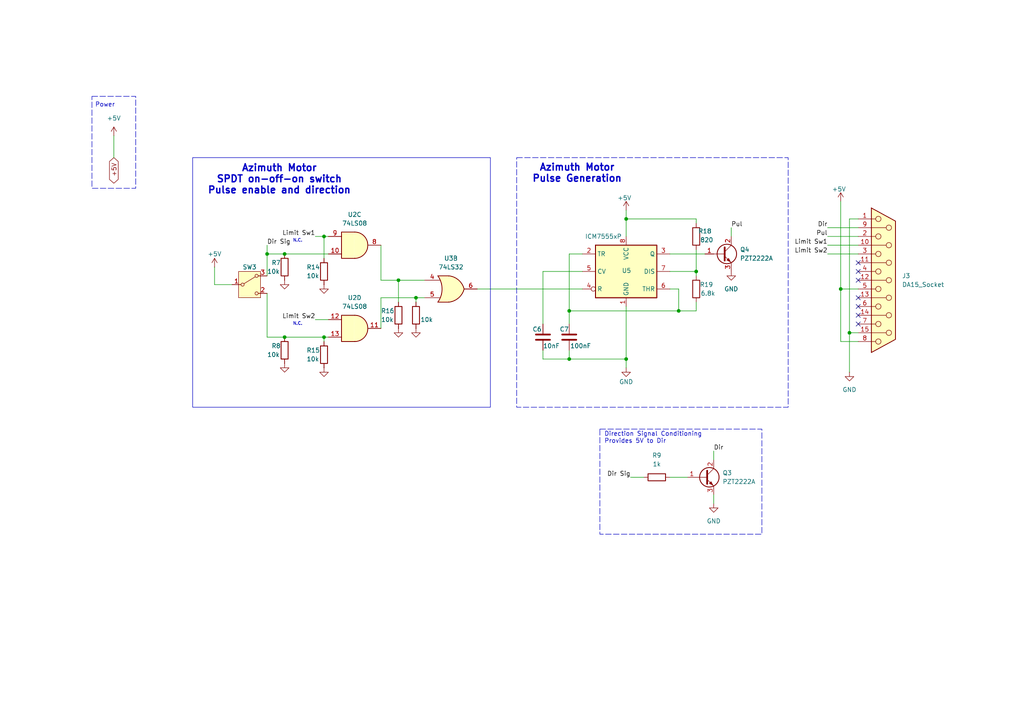
<source format=kicad_sch>
(kicad_sch (version 20250114) (generator "eeschema") (generator_version "9.0")
  (paper "A4")
  (title_block (title "Simple Dish Manual Controller") (date "2025-02-05") (rev "1.0"))
  (lib_symbols
    (symbol "74xx:74LS08" (pin_names (offset 1.016))
      (property "Reference" "U" (at 0 1.27 0))
      (property "Value" "74LS08" (at 0 -1.27 0))
      (symbol "74LS08_1_1"
        (arc (start 0 3.81) (mid 3.7934 0) (end 0 -3.81) (stroke (width 0.254)) (fill (type background)))
        (polyline (pts (xy 0 3.81) (xy -3.81 3.81) (xy -3.81 -3.81) (xy 0 -3.81)) (stroke (width 0.254)) (fill (type background)))
        (pin input line (at -7.62 2.54 0) (length 3.81) (name "~") (number "1"))
        (pin input line (at -7.62 -2.54 0) (length 3.81) (name "~") (number "2"))
        (pin output line (at 7.62 0 180) (length 3.81) (name "~") (number "3"))
      )
      (symbol "74LS08_1_2"
        (arc (start -3.81 3.81) (mid -2.589 0) (end -3.81 -3.81) (stroke (width 0.254)))
        (polyline (pts (xy -3.81 3.81) (xy -0.635 3.81)) (stroke (width 0.254)) (fill (type background)))
        (polyline (pts (xy -3.81 -3.81) (xy -0.635 -3.81)) (stroke (width 0.254)) (fill (type background)))
        (arc (start 3.81 0) (mid 2.1855 -2.584) (end -0.6096 -3.81) (stroke (width 0.254)) (fill (type background)))
        (arc (start -0.6096 3.81) (mid 2.1928 2.5924) (end 3.81 0) (stroke (width 0.254)) (fill (type background)))
        (polyline (pts (xy -0.635 3.81) (xy -3.81 3.81) (xy -3.81 3.81) (xy -3.556 3.4036) (xy -3.0226 2.2606) (xy -2.6924 1.0414) (xy -2.6162 -0.254) (xy -2.7686 -1.4986) (xy -3.175 -2.7178) (xy -3.81 -3.81) (xy -3.81 -3.81) (xy -0.635 -3.81)) (stroke (width -25.4)) (fill (type background)))
        (pin input inverted (at -7.62 2.54 0) (length 4.318) (name "~") (number "1"))
        (pin input inverted (at -7.62 -2.54 0) (length 4.318) (name "~") (number "2"))
        (pin output inverted (at 7.62 0 180) (length 3.81) (name "~") (number "3"))
      )
      (symbol "74LS08_2_1"
        (arc (start 0 3.81) (mid 3.7934 0) (end 0 -3.81) (stroke (width 0.254)) (fill (type background)))
        (polyline (pts (xy 0 3.81) (xy -3.81 3.81) (xy -3.81 -3.81) (xy 0 -3.81)) (stroke (width 0.254)) (fill (type background)))
        (pin input line (at -7.62 2.54 0) (length 3.81) (name "~") (number "4"))
        (pin input line (at -7.62 -2.54 0) (length 3.81) (name "~") (number "5"))
        (pin output line (at 7.62 0 180) (length 3.81) (name "~") (number "6"))
      )
      (symbol "74LS08_2_2"
        (arc (start -3.81 3.81) (mid -2.589 0) (end -3.81 -3.81) (stroke (width 0.254)))
        (polyline (pts (xy -3.81 3.81) (xy -0.635 3.81)) (stroke (width 0.254)) (fill (type background)))
        (polyline (pts (xy -3.81 -3.81) (xy -0.635 -3.81)) (stroke (width 0.254)) (fill (type background)))
        (arc (start 3.81 0) (mid 2.1855 -2.584) (end -0.6096 -3.81) (stroke (width 0.254)) (fill (type background)))
        (arc (start -0.6096 3.81) (mid 2.1928 2.5924) (end 3.81 0) (stroke (width 0.254)) (fill (type background)))
        (polyline (pts (xy -0.635 3.81) (xy -3.81 3.81) (xy -3.81 3.81) (xy -3.556 3.4036) (xy -3.0226 2.2606) (xy -2.6924 1.0414) (xy -2.6162 -0.254) (xy -2.7686 -1.4986) (xy -3.175 -2.7178) (xy -3.81 -3.81) (xy -3.81 -3.81) (xy -0.635 -3.81)) (stroke (width -25.4)) (fill (type background)))
        (pin input inverted (at -7.62 2.54 0) (length 4.318) (name "~") (number "4"))
        (pin input inverted (at -7.62 -2.54 0) (length 4.318) (name "~") (number "5"))
        (pin output inverted (at 7.62 0 180) (length 3.81) (name "~") (number "6"))
      )
      (symbol "74LS08_3_1"
        (arc (start 0 3.81) (mid 3.7934 0) (end 0 -3.81) (stroke (width 0.254)) (fill (type background)))
        (polyline (pts (xy 0 3.81) (xy -3.81 3.81) (xy -3.81 -3.81) (xy 0 -3.81)) (stroke (width 0.254)) (fill (type background)))
        (pin input line (at -7.62 2.54 0) (length 3.81) (name "~") (number "9"))
        (pin input line (at -7.62 -2.54 0) (length 3.81) (name "~") (number "10"))
        (pin output line (at 7.62 0 180) (length 3.81) (name "~") (number "8"))
      )
      (symbol "74LS08_3_2"
        (arc (start -3.81 3.81) (mid -2.589 0) (end -3.81 -3.81) (stroke (width 0.254)))
        (polyline (pts (xy -3.81 3.81) (xy -0.635 3.81)) (stroke (width 0.254)) (fill (type background)))
        (polyline (pts (xy -3.81 -3.81) (xy -0.635 -3.81)) (stroke (width 0.254)) (fill (type background)))
        (arc (start 3.81 0) (mid 2.1855 -2.584) (end -0.6096 -3.81) (stroke (width 0.254)) (fill (type background)))
        (arc (start -0.6096 3.81) (mid 2.1928 2.5924) (end 3.81 0) (stroke (width 0.254)) (fill (type background)))
        (polyline (pts (xy -0.635 3.81) (xy -3.81 3.81) (xy -3.81 3.81) (xy -3.556 3.4036) (xy -3.0226 2.2606) (xy -2.6924 1.0414) (xy -2.6162 -0.254) (xy -2.7686 -1.4986) (xy -3.175 -2.7178) (xy -3.81 -3.81) (xy -3.81 -3.81) (xy -0.635 -3.81)) (stroke (width -25.4)) (fill (type background)))
        (pin input inverted (at -7.62 2.54 0) (length 4.318) (name "~") (number "9"))
        (pin input inverted (at -7.62 -2.54 0) (length 4.318) (name "~") (number "10"))
        (pin output inverted (at 7.62 0 180) (length 3.81) (name "~") (number "8"))
      )
      (symbol "74LS08_4_1"
        (arc (start 0 3.81) (mid 3.7934 0) (end 0 -3.81) (stroke (width 0.254)) (fill (type background)))
        (polyline (pts (xy 0 3.81) (xy -3.81 3.81) (xy -3.81 -3.81) (xy 0 -3.81)) (stroke (width 0.254)) (fill (type background)))
        (pin input line (at -7.62 2.54 0) (length 3.81) (name "~") (number "12"))
        (pin input line (at -7.62 -2.54 0) (length 3.81) (name "~") (number "13"))
        (pin output line (at 7.62 0 180) (length 3.81) (name "~") (number "11"))
      )
      (symbol "74LS08_4_2"
        (arc (start -3.81 3.81) (mid -2.589 0) (end -3.81 -3.81) (stroke (width 0.254)))
        (polyline (pts (xy -3.81 3.81) (xy -0.635 3.81)) (stroke (width 0.254)) (fill (type background)))
        (polyline (pts (xy -3.81 -3.81) (xy -0.635 -3.81)) (stroke (width 0.254)) (fill (type background)))
        (arc (start 3.81 0) (mid 2.1855 -2.584) (end -0.6096 -3.81) (stroke (width 0.254)) (fill (type background)))
        (arc (start -0.6096 3.81) (mid 2.1928 2.5924) (end 3.81 0) (stroke (width 0.254)) (fill (type background)))
        (polyline (pts (xy -0.635 3.81) (xy -3.81 3.81) (xy -3.81 3.81) (xy -3.556 3.4036) (xy -3.0226 2.2606) (xy -2.6924 1.0414) (xy -2.6162 -0.254) (xy -2.7686 -1.4986) (xy -3.175 -2.7178) (xy -3.81 -3.81) (xy -3.81 -3.81) (xy -0.635 -3.81)) (stroke (width -25.4)) (fill (type background)))
        (pin input inverted (at -7.62 2.54 0) (length 4.318) (name "~") (number "12"))
        (pin input inverted (at -7.62 -2.54 0) (length 4.318) (name "~") (number "13"))
        (pin output inverted (at 7.62 0 180) (length 3.81) (name "~") (number "11"))
      )
      (symbol "74LS08_5_0"
        (pin power_in line (at 0 12.7 270) (length 5.08) (name "VCC") (number "14"))
        (pin power_in line (at 0 -12.7 90) (length 5.08) (name "GND") (number "7"))
      )
      (symbol "74LS08_5_1"
        (rectangle (start -5.08 7.62) (end 5.08 -7.62) (stroke (width 0.254)) (fill (type background)))
      )
    )
    (symbol "74xx:74LS32" (pin_names (offset 1.016))
      (property "Reference" "U" (at 0 1.27 0))
      (property "Value" "74LS32" (at 0 -1.27 0))
      (symbol "74LS32_1_1"
        (arc (start -3.81 3.81) (mid -2.589 0) (end -3.81 -3.81) (stroke (width 0.254)))
        (polyline (pts (xy -3.81 3.81) (xy -0.635 3.81)) (stroke (width 0.254)) (fill (type background)))
        (polyline (pts (xy -3.81 -3.81) (xy -0.635 -3.81)) (stroke (width 0.254)) (fill (type background)))
        (arc (start 3.81 0) (mid 2.1855 -2.584) (end -0.6096 -3.81) (stroke (width 0.254)) (fill (type background)))
        (arc (start -0.6096 3.81) (mid 2.1928 2.5924) (end 3.81 0) (stroke (width 0.254)) (fill (type background)))
        (polyline (pts (xy -0.635 3.81) (xy -3.81 3.81) (xy -3.81 3.81) (xy -3.556 3.4036) (xy -3.0226 2.2606) (xy -2.6924 1.0414) (xy -2.6162 -0.254) (xy -2.7686 -1.4986) (xy -3.175 -2.7178) (xy -3.81 -3.81) (xy -3.81 -3.81) (xy -0.635 -3.81)) (stroke (width -25.4)) (fill (type background)))
        (pin input line (at -7.62 2.54 0) (length 4.318) (name "~") (number "1"))
        (pin input line (at -7.62 -2.54 0) (length 4.318) (name "~") (number "2"))
        (pin output line (at 7.62 0 180) (length 3.81) (name "~") (number "3"))
      )
      (symbol "74LS32_1_2"
        (arc (start 0 3.81) (mid 3.7934 0) (end 0 -3.81) (stroke (width 0.254)) (fill (type background)))
        (polyline (pts (xy 0 3.81) (xy -3.81 3.81) (xy -3.81 -3.81) (xy 0 -3.81)) (stroke (width 0.254)) (fill (type background)))
        (pin input inverted (at -7.62 2.54 0) (length 3.81) (name "~") (number "1"))
        (pin input inverted (at -7.62 -2.54 0) (length 3.81) (name "~") (number "2"))
        (pin output inverted (at 7.62 0 180) (length 3.81) (name "~") (number "3"))
      )
      (symbol "74LS32_2_1"
        (arc (start -3.81 3.81) (mid -2.589 0) (end -3.81 -3.81) (stroke (width 0.254)))
        (polyline (pts (xy -3.81 3.81) (xy -0.635 3.81)) (stroke (width 0.254)) (fill (type background)))
        (polyline (pts (xy -3.81 -3.81) (xy -0.635 -3.81)) (stroke (width 0.254)) (fill (type background)))
        (arc (start 3.81 0) (mid 2.1855 -2.584) (end -0.6096 -3.81) (stroke (width 0.254)) (fill (type background)))
        (arc (start -0.6096 3.81) (mid 2.1928 2.5924) (end 3.81 0) (stroke (width 0.254)) (fill (type background)))
        (polyline (pts (xy -0.635 3.81) (xy -3.81 3.81) (xy -3.81 3.81) (xy -3.556 3.4036) (xy -3.0226 2.2606) (xy -2.6924 1.0414) (xy -2.6162 -0.254) (xy -2.7686 -1.4986) (xy -3.175 -2.7178) (xy -3.81 -3.81) (xy -3.81 -3.81) (xy -0.635 -3.81)) (stroke (width -25.4)) (fill (type background)))
        (pin input line (at -7.62 2.54 0) (length 4.318) (name "~") (number "4"))
        (pin input line (at -7.62 -2.54 0) (length 4.318) (name "~") (number "5"))
        (pin output line (at 7.62 0 180) (length 3.81) (name "~") (number "6"))
      )
      (symbol "74LS32_2_2"
        (arc (start 0 3.81) (mid 3.7934 0) (end 0 -3.81) (stroke (width 0.254)) (fill (type background)))
        (polyline (pts (xy 0 3.81) (xy -3.81 3.81) (xy -3.81 -3.81) (xy 0 -3.81)) (stroke (width 0.254)) (fill (type background)))
        (pin input inverted (at -7.62 2.54 0) (length 3.81) (name "~") (number "4"))
        (pin input inverted (at -7.62 -2.54 0) (length 3.81) (name "~") (number "5"))
        (pin output inverted (at 7.62 0 180) (length 3.81) (name "~") (number "6"))
      )
      (symbol "74LS32_3_1"
        (arc (start -3.81 3.81) (mid -2.589 0) (end -3.81 -3.81) (stroke (width 0.254)))
        (polyline (pts (xy -3.81 3.81) (xy -0.635 3.81)) (stroke (width 0.254)) (fill (type background)))
        (polyline (pts (xy -3.81 -3.81) (xy -0.635 -3.81)) (stroke (width 0.254)) (fill (type background)))
        (arc (start 3.81 0) (mid 2.1855 -2.584) (end -0.6096 -3.81) (stroke (width 0.254)) (fill (type background)))
        (arc (start -0.6096 3.81) (mid 2.1928 2.5924) (end 3.81 0) (stroke (width 0.254)) (fill (type background)))
        (polyline (pts (xy -0.635 3.81) (xy -3.81 3.81) (xy -3.81 3.81) (xy -3.556 3.4036) (xy -3.0226 2.2606) (xy -2.6924 1.0414) (xy -2.6162 -0.254) (xy -2.7686 -1.4986) (xy -3.175 -2.7178) (xy -3.81 -3.81) (xy -3.81 -3.81) (xy -0.635 -3.81)) (stroke (width -25.4)) (fill (type background)))
        (pin input line (at -7.62 2.54 0) (length 4.318) (name "~") (number "9"))
        (pin input line (at -7.62 -2.54 0) (length 4.318) (name "~") (number "10"))
        (pin output line (at 7.62 0 180) (length 3.81) (name "~") (number "8"))
      )
      (symbol "74LS32_3_2"
        (arc (start 0 3.81) (mid 3.7934 0) (end 0 -3.81) (stroke (width 0.254)) (fill (type background)))
        (polyline (pts (xy 0 3.81) (xy -3.81 3.81) (xy -3.81 -3.81) (xy 0 -3.81)) (stroke (width 0.254)) (fill (type background)))
        (pin input inverted (at -7.62 2.54 0) (length 3.81) (name "~") (number "9"))
        (pin input inverted (at -7.62 -2.54 0) (length 3.81) (name "~") (number "10"))
        (pin output inverted (at 7.62 0 180) (length 3.81) (name "~") (number "8"))
      )
      (symbol "74LS32_4_1"
        (arc (start -3.81 3.81) (mid -2.589 0) (end -3.81 -3.81) (stroke (width 0.254)))
        (polyline (pts (xy -3.81 3.81) (xy -0.635 3.81)) (stroke (width 0.254)) (fill (type background)))
        (polyline (pts (xy -3.81 -3.81) (xy -0.635 -3.81)) (stroke (width 0.254)) (fill (type background)))
        (arc (start 3.81 0) (mid 2.1855 -2.584) (end -0.6096 -3.81) (stroke (width 0.254)) (fill (type background)))
        (arc (start -0.6096 3.81) (mid 2.1928 2.5924) (end 3.81 0) (stroke (width 0.254)) (fill (type background)))
        (polyline (pts (xy -0.635 3.81) (xy -3.81 3.81) (xy -3.81 3.81) (xy -3.556 3.4036) (xy -3.0226 2.2606) (xy -2.6924 1.0414) (xy -2.6162 -0.254) (xy -2.7686 -1.4986) (xy -3.175 -2.7178) (xy -3.81 -3.81) (xy -3.81 -3.81) (xy -0.635 -3.81)) (stroke (width -25.4)) (fill (type background)))
        (pin input line (at -7.62 2.54 0) (length 4.318) (name "~") (number "12"))
        (pin input line (at -7.62 -2.54 0) (length 4.318) (name "~") (number "13"))
        (pin output line (at 7.62 0 180) (length 3.81) (name "~") (number "11"))
      )
      (symbol "74LS32_4_2"
        (arc (start 0 3.81) (mid 3.7934 0) (end 0 -3.81) (stroke (width 0.254)) (fill (type background)))
        (polyline (pts (xy 0 3.81) (xy -3.81 3.81) (xy -3.81 -3.81) (xy 0 -3.81)) (stroke (width 0.254)) (fill (type background)))
        (pin input inverted (at -7.62 2.54 0) (length 3.81) (name "~") (number "12"))
        (pin input inverted (at -7.62 -2.54 0) (length 3.81) (name "~") (number "13"))
        (pin output inverted (at 7.62 0 180) (length 3.81) (name "~") (number "11"))
      )
      (symbol "74LS32_5_0"
        (pin power_in line (at 0 12.7 270) (length 5.08) (name "VCC") (number "14"))
        (pin power_in line (at 0 -12.7 90) (length 5.08) (name "GND") (number "7"))
      )
      (symbol "74LS32_5_1"
        (rectangle (start -5.08 7.62) (end 5.08 -7.62) (stroke (width 0.254)) (fill (type background)))
      )
    )
    (symbol "Connector:DA15_Socket" (pin_names (offset 1.016) (hide yes))
      (property "Reference" "J" (at 0.508 21.59 0))
      (property "Value" "DA15_Socket" (at 0 -22.225 0))
      (symbol "DA15_Socket_0_1"
        (polyline (pts (xy -3.81 20.955) (xy 3.175 17.145) (xy 3.175 -17.145) (xy -3.81 -20.955) (xy -3.81 20.955)) (stroke (width 0.254)) (fill (type background)))
        (polyline (pts (xy -3.81 17.78) (xy -2.54 17.78)))
        (polyline (pts (xy -3.81 15.24) (xy 0.508 15.24)))
        (polyline (pts (xy -3.81 12.7) (xy -2.54 12.7)))
        (polyline (pts (xy -3.81 10.16) (xy 0.508 10.16)))
        (polyline (pts (xy -3.81 7.62) (xy -2.54 7.62)))
        (polyline (pts (xy -3.81 5.08) (xy 0.508 5.08)))
        (polyline (pts (xy -3.81 2.54) (xy -2.54 2.54)))
        (polyline (pts (xy -3.81 0) (xy 0.508 0)))
        (polyline (pts (xy -3.81 -2.54) (xy -2.54 -2.54)))
        (polyline (pts (xy -3.81 -5.08) (xy 0.508 -5.08)))
        (polyline (pts (xy -3.81 -7.62) (xy -2.54 -7.62)))
        (polyline (pts (xy -3.81 -10.16) (xy 0.508 -10.16)))
        (polyline (pts (xy -3.81 -12.7) (xy -2.54 -12.7)))
        (polyline (pts (xy -3.81 -15.24) (xy 0.508 -15.24)))
        (polyline (pts (xy -3.81 -17.78) (xy -2.54 -17.78)))
        (circle (center -1.778 17.78) (radius 0.762))
        (circle (center -1.778 12.7) (radius 0.762))
        (circle (center -1.778 7.62) (radius 0.762))
        (circle (center -1.778 2.54) (radius 0.762))
        (circle (center -1.778 -2.54) (radius 0.762))
        (circle (center -1.778 -7.62) (radius 0.762))
        (circle (center -1.778 -12.7) (radius 0.762))
        (circle (center -1.778 -17.78) (radius 0.762))
        (circle (center 1.27 15.24) (radius 0.762))
        (circle (center 1.27 10.16) (radius 0.762))
        (circle (center 1.27 5.08) (radius 0.762))
        (circle (center 1.27 0) (radius 0.762))
        (circle (center 1.27 -5.08) (radius 0.762))
        (circle (center 1.27 -10.16) (radius 0.762))
        (circle (center 1.27 -15.24) (radius 0.762))
      )
      (symbol "DA15_Socket_1_1"
        (pin passive line (at -7.62 17.78 0) (length 3.81) (name "1") (number "1"))
        (pin passive line (at -7.62 15.24 0) (length 3.81) (name "P9") (number "9"))
        (pin passive line (at -7.62 12.7 0) (length 3.81) (name "2") (number "2"))
        (pin passive line (at -7.62 10.16 0) (length 3.81) (name "P10") (number "10"))
        (pin passive line (at -7.62 7.62 0) (length 3.81) (name "3") (number "3"))
        (pin passive line (at -7.62 5.08 0) (length 3.81) (name "P111") (number "11"))
        (pin passive line (at -7.62 2.54 0) (length 3.81) (name "4") (number "4"))
        (pin passive line (at -7.62 0 0) (length 3.81) (name "P12") (number "12"))
        (pin passive line (at -7.62 -2.54 0) (length 3.81) (name "5") (number "5"))
        (pin passive line (at -7.62 -5.08 0) (length 3.81) (name "P13") (number "13"))
        (pin passive line (at -7.62 -7.62 0) (length 3.81) (name "6") (number "6"))
        (pin passive line (at -7.62 -10.16 0) (length 3.81) (name "P14") (number "14"))
        (pin passive line (at -7.62 -12.7 0) (length 3.81) (name "7") (number "7"))
        (pin passive line (at -7.62 -15.24 0) (length 3.81) (name "P15") (number "15"))
        (pin passive line (at -7.62 -17.78 0) (length 3.81) (name "8") (number "8"))
      )
    )
    (symbol "Device:C" (pin_numbers (hide yes)) (pin_names (offset 0.254))
      (property "Reference" "C" (at 0.635 2.54 0))
      (property "Value" "C" (at 0.635 -2.54 0))
      (symbol "C_0_1"
        (polyline (pts (xy -2.032 0.762) (xy 2.032 0.762)) (stroke (width 0.508)))
        (polyline (pts (xy -2.032 -0.762) (xy 2.032 -0.762)) (stroke (width 0.508)))
      )
      (symbol "C_1_1"
        (pin passive line (at 0 3.81 270) (length 2.794) (name "~") (number "1"))
        (pin passive line (at 0 -3.81 90) (length 2.794) (name "~") (number "2"))
      )
    )
    (symbol "Device:R" (pin_numbers (hide yes)) (pin_names (offset 0))
      (property "Reference" "R" (at 2.032 0 90))
      (property "Value" "R" (at 0 0 90))
      (symbol "R_0_1"
        (rectangle (start -1.016 -2.54) (end 1.016 2.54) (stroke (width 0.254)))
      )
      (symbol "R_1_1"
        (pin passive line (at 0 3.81 270) (length 1.27) (name "~") (number "1"))
        (pin passive line (at 0 -3.81 90) (length 1.27) (name "~") (number "2"))
      )
    )
    (symbol "Switch:SW_SPDT_312" (pin_names (offset 1) (hide yes))
      (property "Reference" "SW" (at 0 5.08 0))
      (property "Value" "SW_SPDT_312" (at 0 -5.08 0))
      (symbol "SW_SPDT_312_0_1"
        (circle (center -2.032 0) (radius 0.4572))
        (polyline (pts (xy -1.651 0.254) (xy 1.651 2.286)))
        (circle (center 2.032 2.54) (radius 0.4572))
        (circle (center 2.032 -2.54) (radius 0.4572))
      )
      (symbol "SW_SPDT_312_1_1"
        (rectangle (start -3.175 3.81) (end 3.175 -3.81) (fill (type background)))
        (pin passive line (at -5.08 0 0) (length 2.54) (name "B") (number "1"))
        (pin passive line (at 5.08 2.54 180) (length 2.54) (name "A") (number "3"))
        (pin passive line (at 5.08 -2.54 180) (length 2.54) (name "C") (number "2"))
      )
    )
    (symbol "Timer:ICM7555xP"
      (property "Reference" "U" (at -10.16 8.89 0))
      (property "Value" "ICM7555xP" (at 2.54 8.89 0))
      (symbol "ICM7555xP_0_0"
        (pin power_in line (at 0 10.16 270) (length 2.54) (name "VCC") (number "8"))
        (pin power_in line (at 0 -10.16 90) (length 2.54) (name "GND") (number "1"))
      )
      (symbol "ICM7555xP_0_1"
        (rectangle (start -8.89 -7.62) (end 8.89 7.62) (stroke (width 0.254)) (fill (type background)))
        (rectangle (start -8.89 -7.62) (end 8.89 7.62) (stroke (width 0.254)) (fill (type background)))
      )
      (symbol "ICM7555xP_1_1"
        (pin input line (at -12.7 5.08 0) (length 3.81) (name "TR") (number "2"))
        (pin input line (at -12.7 0 0) (length 3.81) (name "CV") (number "5"))
        (pin input inverted (at -12.7 -5.08 0) (length 3.81) (name "R") (number "4"))
        (pin output line (at 12.7 5.08 180) (length 3.81) (name "Q") (number "3"))
        (pin input line (at 12.7 0 180) (length 3.81) (name "DIS") (number "7"))
        (pin input line (at 12.7 -5.08 180) (length 3.81) (name "THR") (number "6"))
      )
    )
    (symbol "Transistor_BJT:PZT2222A" (pin_names (offset 0) (hide yes))
      (property "Reference" "Q" (at 5.08 1.905 0))
      (property "Value" "PZT2222A" (at 5.08 0 0))
      (symbol "PZT2222A_0_1"
        (polyline (pts (xy -2.54 0) (xy 0.635 0)))
        (polyline (pts (xy 0.635 1.905) (xy 0.635 -1.905)) (stroke (width 0.508)))
        (circle (center 1.27 0) (radius 2.8194) (stroke (width 0.254)))
      )
      (symbol "PZT2222A_1_1"
        (polyline (pts (xy 0.635 0.635) (xy 2.54 2.54)))
        (polyline (pts (xy 0.635 -0.635) (xy 2.54 -2.54)))
        (polyline (pts (xy 1.27 -1.778) (xy 1.778 -1.27) (xy 2.286 -2.286) (xy 1.27 -1.778)) (fill (type outline)))
        (pin input line (at -5.08 0 0) (length 2.54) (name "B") (number "1"))
        (pin passive line (at 2.54 5.08 270) (length 2.54) (name "C") (number "2"))
        (pin passive line (at 2.54 -5.08 90) (length 2.54) (name "E") (number "3"))
      )
    )
    (symbol "power:+5V" (power) (pin_numbers (hide yes)) (pin_names (offset 0) (hide yes))
      (property "Value" "+5V" (at 0 3.556 0))
      (symbol "+5V_0_1"
        (polyline (pts (xy -0.762 1.27) (xy 0 2.54)))
        (polyline (pts (xy 0 2.54) (xy 0.762 1.27)))
        (polyline (pts (xy 0 0) (xy 0 2.54)))
      )
      (symbol "+5V_1_1"
        (pin power_in line (at 0 0 90) (length 0) (name "~") (number "1"))
      )
    )
    (symbol "power:GND" (power) (pin_numbers (hide yes)) (pin_names (offset 0) (hide yes))
      (property "Value" "GND" (at 0 -3.81 0))
      (symbol "GND_0_1"
        (polyline (pts (xy 0 0) (xy 0 -1.27) (xy 1.27 -1.27) (xy 0 -2.54) (xy -1.27 -1.27) (xy 0 -1.27)))
      )
      (symbol "GND_1_1"
        (pin power_in line (at 0 0 270) (length 0) (name "~") (number "1"))
      )
    )
  )
  (rectangle (start 149.86 45.72) (end 228.6 118.11) (stroke (width 0) (type dash)))
  (rectangle (start 55.88 45.72) (end 142.24 118.11))
  (rectangle (start 173.99 124.46) (end 220.98 154.94) (stroke (width 0) (type dash)))
  (rectangle (start 26.67 27.94) (end 39.37 54.61) (stroke (width 0) (type dash)))
  (text "Azimuth Motor\nPulse Generation\n" (at 167.386 50.292 0) (effects (font (size 2 2) (thickness 0.4) (bold yes))))
  (text "Azimuth Motor\nSPDT on-off-on switch\nPulse enable and direction" (at 81.026 52.07 0) (effects (font (size 2 2) (thickness 0.4) (bold yes))))
  (text "N.C." (at 86.36 93.98 0) (effects (font (size 0.889 0.889))))
  (text "Direction Signal Conditioning\nProvides 5V to Dir" (at 175.26 127 0) (effects (font (size 1.27 1.27)) (justify left)))
  (text "N.C." (at 86.36 69.85 0) (effects (font (size 0.889 0.889))))
  (text "Power" (at 30.48 30.48 0) (effects (font (size 1.27 1.27))))
  (junction (at 165.1 90.17))
  (junction (at 93.98 68.58))
  (junction (at 82.55 97.79))
  (junction (at 181.61 104.14))
  (junction (at 165.1 104.14))
  (junction (at 201.93 78.74))
  (junction (at 246.38 96.52))
  (junction (at 120.65 86.36))
  (junction (at 77.47 73.66))
  (junction (at 115.57 81.28))
  (junction (at 93.98 97.79))
  (junction (at 82.55 73.66))
  (junction (at 243.84 83.82))
  (junction (at 196.85 90.17))
  (junction (at 181.61 63.5))
  (no_connect (at 248.92 81.28))
  (no_connect (at 248.92 93.98))
  (no_connect (at 248.92 86.36))
  (no_connect (at 248.92 78.74))
  (no_connect (at 248.92 91.44))
  (no_connect (at 248.92 88.9))
  (no_connect (at 248.92 76.2))
  (wire (pts (xy 201.93 80.01) (xy 201.93 78.74)))
  (wire (pts (xy 182.88 138.43) (xy 186.69 138.43)))
  (wire (pts (xy 246.38 96.52) (xy 246.38 107.95)))
  (wire (pts (xy 93.98 68.58) (xy 93.98 74.93)))
  (wire (pts (xy 77.47 80.01) (xy 77.47 73.66)))
  (wire (pts (xy 93.98 97.79) (xy 95.25 97.79)))
  (wire (pts (xy 115.57 81.28) (xy 123.19 81.28)))
  (wire (pts (xy 168.91 78.74) (xy 157.48 78.74)))
  (wire (pts (xy 243.84 83.82) (xy 248.92 83.82)))
  (wire (pts (xy 196.85 83.82) (xy 194.31 83.82)))
  (wire (pts (xy 82.55 97.79) (xy 93.98 97.79)))
  (wire (pts (xy 240.03 68.58) (xy 248.92 68.58)))
  (wire (pts (xy 194.31 138.43) (xy 199.39 138.43)))
  (wire (pts (xy 201.93 72.39) (xy 201.93 78.74)))
  (wire (pts (xy 110.49 81.28) (xy 115.57 81.28)))
  (wire (pts (xy 201.93 87.63) (xy 201.93 90.17)))
  (wire (pts (xy 165.1 73.66) (xy 165.1 90.17)))
  (wire (pts (xy 120.65 86.36) (xy 120.65 87.63)))
  (wire (pts (xy 77.47 71.12) (xy 77.47 73.66)))
  (wire (pts (xy 194.31 73.66) (xy 204.47 73.66)))
  (wire (pts (xy 93.98 97.79) (xy 93.98 99.06)))
  (wire (pts (xy 240.03 73.66) (xy 248.92 73.66)))
  (wire (pts (xy 77.47 73.66) (xy 82.55 73.66)))
  (wire (pts (xy 181.61 63.5) (xy 181.61 68.58)))
  (wire (pts (xy 212.09 66.04) (xy 212.09 68.58)))
  (wire (pts (xy 165.1 104.14) (xy 181.61 104.14)))
  (wire (pts (xy 246.38 63.5) (xy 246.38 96.52)))
  (wire (pts (xy 240.03 66.04) (xy 248.92 66.04)))
  (wire (pts (xy 165.1 101.6) (xy 165.1 104.14)))
  (wire (pts (xy 194.31 78.74) (xy 201.93 78.74)))
  (wire (pts (xy 243.84 83.82) (xy 243.84 99.06)))
  (wire (pts (xy 240.03 71.12) (xy 248.92 71.12)))
  (wire (pts (xy 67.31 82.55) (xy 62.23 82.55)))
  (wire (pts (xy 248.92 99.06) (xy 243.84 99.06)))
  (wire (pts (xy 168.91 73.66) (xy 165.1 73.66)))
  (wire (pts (xy 165.1 90.17) (xy 165.1 93.98)))
  (wire (pts (xy 181.61 88.9) (xy 181.61 104.14)))
  (wire (pts (xy 181.61 60.96) (xy 181.61 63.5)))
  (wire (pts (xy 207.01 130.81) (xy 207.01 133.35)))
  (wire (pts (xy 33.02 39.37) (xy 33.02 45.72)))
  (wire (pts (xy 82.55 73.66) (xy 95.25 73.66)))
  (wire (pts (xy 207.01 143.51) (xy 207.01 146.05)))
  (wire (pts (xy 201.93 64.77) (xy 201.93 63.5)))
  (wire (pts (xy 138.43 83.82) (xy 168.91 83.82)))
  (wire (pts (xy 248.92 63.5) (xy 246.38 63.5)))
  (wire (pts (xy 157.48 104.14) (xy 165.1 104.14)))
  (wire (pts (xy 243.84 58.42) (xy 243.84 83.82)))
  (wire (pts (xy 62.23 82.55) (xy 62.23 77.47)))
  (wire (pts (xy 157.48 78.74) (xy 157.48 93.98)))
  (wire (pts (xy 93.98 68.58) (xy 95.25 68.58)))
  (wire (pts (xy 91.44 68.58) (xy 93.98 68.58)))
  (wire (pts (xy 201.93 90.17) (xy 196.85 90.17)))
  (wire (pts (xy 77.47 85.09) (xy 77.47 97.79)))
  (wire (pts (xy 115.57 81.28) (xy 115.57 87.63)))
  (wire (pts (xy 91.44 92.71) (xy 95.25 92.71)))
  (wire (pts (xy 157.48 101.6) (xy 157.48 104.14)))
  (wire (pts (xy 110.49 71.12) (xy 110.49 81.28)))
  (wire (pts (xy 110.49 86.36) (xy 110.49 95.25)))
  (wire (pts (xy 120.65 86.36) (xy 110.49 86.36)))
  (wire (pts (xy 196.85 83.82) (xy 196.85 90.17)))
  (wire (pts (xy 123.19 86.36) (xy 120.65 86.36)))
  (wire (pts (xy 181.61 104.14) (xy 181.61 106.68)))
  (wire (pts (xy 77.47 97.79) (xy 82.55 97.79)))
  (wire (pts (xy 181.61 63.5) (xy 201.93 63.5)))
  (wire (pts (xy 165.1 90.17) (xy 196.85 90.17)))
  (wire (pts (xy 246.38 96.52) (xy 248.92 96.52)))
  (label "Pul" (at 240.03 68.58 180))
  (label "Dir Sig" (at 77.47 71.12 0))
  (label "Pul" (at 212.09 66.04 0))
  (label "Limit Sw1" (at 240.03 71.12 180))
  (label "Limit Sw2" (at 240.03 73.66 180))
  (label "Dir" (at 207.01 130.81 0))
  (label "Limit Sw2" (at 91.44 92.71 180))
  (label "Dir" (at 240.03 66.04 180))
  (label "Dir Sig" (at 182.88 138.43 180))
  (label "Limit Sw1" (at 91.44 68.58 180))
  (global_label "+5V" (shape bidirectional) (at 33.02 45.72 270) (property "Intersheetrefs" "${INTERSHEET_REFS}" (effects (hide yes))))
  (symbol (lib_id "power:GND") (at 181.61 106.68 0) (unit 1)
    (property "Reference" "#PWR031" (effects (hide yes)))
    (property "Value" "GND" (at 181.61 110.744 0))
    (property "Description" "Power symbol creates a global label with name \"GND\" , ground" (effects (hide yes)))
  )
  (symbol (lib_id "74xx:74LS32") (at 130.81 83.82 0) (unit 2)
    (property "Reference" "U3" (at 130.81 74.93 0))
    (property "Value" "74LS32" (at 130.81 77.47 0))
    (property "Datasheet" "http://www.ti.com/lit/gpn/sn74LS32" (effects (hide yes)))
    (property "Description" "Quad 2-input OR" (effects (hide yes)))
  )
  (symbol (lib_id "Device:R") (at 201.93 68.58 0) (unit 1)
    (property "Reference" "R18" (at 204.47 67.056 0))
    (property "Value" "820" (at 204.978 69.596 0))
    (property "Description" "Resistor" (effects (hide yes)))
  )
  (symbol (lib_id "power:GND") (at 115.57 95.25 0) (unit 1)
    (property "Reference" "#PWR028" (effects (hide yes)))
    (property "Value" "GND" (effects (hide yes)))
    (property "Description" "Power symbol creates a global label with name \"GND\" , ground" (effects (hide yes)))
  )
  (symbol (lib_id "power:GND") (at 82.55 81.28 0) (unit 1)
    (property "Reference" "#PWR024" (effects (hide yes)))
    (property "Value" "GND" (effects (hide yes)))
    (property "Description" "Power symbol creates a global label with name \"GND\" , ground" (effects (hide yes)))
  )
  (symbol (lib_id "Timer:ICM7555xP") (at 181.61 78.74 0) (unit 1)
    (property "Reference" "U5" (at 180.34 78.486 0) (effects (justify left)))
    (property "Value" "ICM7555xP" (at 169.672 68.58 0) (effects (justify left)))
    (property "Footprint" "Package_DIP:DIP-8_W7.62mm" (effects (hide yes)))
    (property "Datasheet" "http://www.intersil.com/content/dam/Intersil/documents/icm7/icm7555-56.pdf" (effects (hide yes)))
    (property "Description" "CMOS General Purpose Timer, 555 compatible, PDIP-8" (effects (hide yes)))
  )
  (symbol (lib_id "power:GND") (at 93.98 106.68 0) (unit 1)
    (property "Reference" "#PWR027" (effects (hide yes)))
    (property "Value" "GND" (effects (hide yes)))
    (property "Description" "Power symbol creates a global label with name \"GND\" , ground" (effects (hide yes)))
  )
  (symbol (lib_id "power:+5V") (at 243.84 58.42 0) (unit 1)
    (property "Reference" "#PWR034" (effects (hide yes)))
    (property "Value" "+5V" (at 243.332 54.864 0))
    (property "Description" "Power symbol creates a global label with name \"+5V\"" (effects (hide yes)))
  )
  (symbol (lib_id "power:+5V") (at 33.02 39.37 0) (unit 1)
    (property "Reference" "#PWR036" (effects (hide yes)))
    (property "Value" "+5V" (at 33.02 34.29 0))
    (property "Description" "Power symbol creates a global label with name \"+5V\"" (effects (hide yes)))
  )
  (symbol (lib_id "power:GND") (at 93.98 82.55 0) (unit 1)
    (property "Reference" "#PWR026" (effects (hide yes)))
    (property "Value" "GND" (effects (hide yes)))
    (property "Description" "Power symbol creates a global label with name \"GND\" , ground" (effects (hide yes)))
  )
  (symbol (lib_id "power:+5V") (at 181.61 60.96 0) (unit 1)
    (property "Reference" "#PWR030" (effects (hide yes)))
    (property "Value" "+5V" (at 181.102 57.404 0))
    (property "Description" "Power symbol creates a global label with name \"+5V\"" (effects (hide yes)))
  )
  (symbol (lib_id "Transistor_BJT:PZT2222A") (at 209.55 73.66 0) (unit 1)
    (property "Reference" "Q4" (at 214.63 72.3899 0) (effects (justify left)))
    (property "Value" "PZT2222A" (at 214.63 74.9299 0) (effects (justify left)))
    (property "Footprint" "Package_TO_SOT_SMD:SOT-223-3_TabPin2" (effects (hide yes)))
    (property "Datasheet" "https://www.onsemi.com/pub/Collateral/PN2222-D.PDF" (effects (hide yes)))
    (property "Description" "1A Ic, 40V Vce, NPN Transistor, General Purpose Transistor, SOT-223" (effects (hide yes)))
  )
  (symbol (lib_id "power:+5V") (at 62.23 77.47 0) (unit 1)
    (property "Reference" "#PWR011" (effects (hide yes)))
    (property "Value" "+5V" (at 62.23 73.66 0))
    (property "Description" "Power symbol creates a global label with name \"+5V\"" (effects (hide yes)))
  )
  (symbol (lib_id "Device:R") (at 93.98 78.74 0) (unit 1)
    (property "Reference" "R14" (at 88.9 77.47 0) (effects (justify left)))
    (property "Value" "10k" (at 88.9 80.01 0) (effects (justify left)))
    (property "Description" "Resistor" (effects (hide yes)))
  )
  (symbol (lib_id "Device:R") (at 201.93 83.82 180) (unit 1)
    (property "Reference" "R19" (at 202.946 82.55 0) (effects (justify right)))
    (property "Value" "6.8k" (at 203.2 85.09 0) (effects (justify right)))
    (property "Description" "Resistor" (effects (hide yes)))
  )
  (symbol (lib_id "power:GND") (at 82.55 105.41 0) (unit 1)
    (property "Reference" "#PWR025" (effects (hide yes)))
    (property "Value" "GND" (effects (hide yes)))
    (property "Description" "Power symbol creates a global label with name \"GND\" , ground" (effects (hide yes)))
  )
  (symbol (lib_id "Connector:DA15_Socket") (at 256.54 81.28 0) (unit 1)
    (property "Reference" "J3" (at 261.62 80.0099 0) (effects (justify left)))
    (property "Value" "DA15_Socket" (at 261.62 82.5499 0) (effects (justify left)))
    (property "Footprint" "Connector_Dsub:DSUB-15_Socket_Horizontal_P2.77x2.54mm_EdgePinOffset9.40mm" (effects (hide yes)))
    (property "Description" "15-pin D-SUB connector, socket (female) (low-density/2 columns)" (effects (hide yes)))
  )
  (symbol (lib_id "Device:R") (at 120.65 91.44 0) (unit 1)
    (property "Reference" "R17" (effects (hide yes)))
    (property "Value" "10k" (at 121.92 92.71 0) (effects (justify left)))
    (property "Description" "Resistor" (effects (hide yes)))
  )
  (symbol (lib_id "Device:R") (at 93.98 102.87 0) (unit 1)
    (property "Reference" "R15" (at 88.9 101.6 0) (effects (justify left)))
    (property "Value" "10k" (at 88.9 104.14 0) (effects (justify left)))
    (property "Description" "Resistor" (effects (hide yes)))
  )
  (symbol (lib_id "Device:R") (at 82.55 101.6 0) (unit 1)
    (property "Reference" "R8" (at 78.74 100.33 0) (effects (justify left)))
    (property "Value" "10k" (at 77.47 102.87 0) (effects (justify left)))
    (property "Description" "Resistor" (effects (hide yes)))
  )
  (symbol (lib_id "Device:C") (at 157.48 97.79 0) (unit 1)
    (property "Reference" "C6" (at 154.432 95.504 0) (effects (justify left)))
    (property "Value" "10nF" (at 157.48 100.33 0) (effects (justify left)))
    (property "Description" "Unpolarized capacitor" (effects (hide yes)))
  )
  (symbol (lib_id "Switch:SW_SPDT_312") (at 72.39 82.55 0) (unit 1)
    (property "Reference" "SW3" (at 72.39 77.47 0))
    (property "Value" "SW_SPDT_312" (effects (hide yes)))
    (property "Description" "Switch, single pole double throw" (effects (hide yes)))
  )
  (symbol (lib_id "power:GND") (at 120.65 95.25 0) (unit 1)
    (property "Reference" "#PWR029" (effects (hide yes)))
    (property "Value" "GND" (effects (hide yes)))
    (property "Description" "Power symbol creates a global label with name \"GND\" , ground" (effects (hide yes)))
  )
  (symbol (lib_id "Device:R") (at 115.57 91.44 0) (unit 1)
    (property "Reference" "R16" (at 110.49 90.17 0) (effects (justify left)))
    (property "Value" "10k" (at 110.49 92.71 0) (effects (justify left)))
    (property "Description" "Resistor" (effects (hide yes)))
  )
  (symbol (lib_id "power:GND") (at 212.09 78.74 0) (unit 1)
    (property "Reference" "#PWR033" (effects (hide yes)))
    (property "Value" "GND" (at 212.09 83.82 0))
    (property "Description" "Power symbol creates a global label with name \"GND\" , ground" (effects (hide yes)))
  )
  (symbol (lib_id "power:GND") (at 246.38 107.95 0) (unit 1)
    (property "Reference" "#PWR035" (effects (hide yes)))
    (property "Value" "GND" (at 246.38 113.03 0))
    (property "Description" "Power symbol creates a global label with name \"GND\" , ground" (effects (hide yes)))
  )
  (symbol (lib_id "Device:C") (at 165.1 97.79 0) (unit 1)
    (property "Reference" "C7" (at 162.306 95.504 0) (effects (justify left)))
    (property "Value" "100nF" (at 165.354 100.33 0) (effects (justify left)))
    (property "Description" "Unpolarized capacitor" (effects (hide yes)))
  )
  (symbol (lib_id "Device:R") (at 82.55 77.47 0) (unit 1)
    (property "Reference" "R7" (at 78.74 76.2 0) (effects (justify left)))
    (property "Value" "10k" (at 77.47 78.74 0) (effects (justify left)))
    (property "Description" "Resistor" (effects (hide yes)))
  )
  (symbol (lib_id "74xx:74LS08") (at 102.87 95.25 0) (unit 4)
    (property "Reference" "U2" (at 102.8617 86.36 0))
    (property "Value" "74LS08" (at 102.8617 88.9 0))
    (property "Datasheet" "http://www.ti.com/lit/gpn/sn74LS08" (effects (hide yes)))
    (property "Description" "Quad And2" (effects (hide yes)))
  )
  (symbol (lib_id "Transistor_BJT:PZT2222A") (at 204.47 138.43 0) (unit 1)
    (property "Reference" "Q3" (at 209.55 137.1599 0) (effects (justify left)))
    (property "Value" "PZT2222A" (at 209.55 139.6999 0) (effects (justify left)))
    (property "Footprint" "Package_TO_SOT_SMD:SOT-223-3_TabPin2" (effects (hide yes)))
    (property "Datasheet" "https://www.onsemi.com/pub/Collateral/PN2222-D.PDF" (effects (hide yes)))
    (property "Description" "1A Ic, 40V Vce, NPN Transistor, General Purpose Transistor, SOT-223" (effects (hide yes)))
  )
  (symbol (lib_id "74xx:74LS08") (at 102.87 71.12 0) (unit 3)
    (property "Reference" "U2" (at 102.8617 62.23 0))
    (property "Value" "74LS08" (at 102.8617 64.77 0))
    (property "Datasheet" "http://www.ti.com/lit/gpn/sn74LS08" (effects (hide yes)))
    (property "Description" "Quad And2" (effects (hide yes)))
  )
  (symbol (lib_id "power:GND") (at 207.01 146.05 0) (unit 1)
    (property "Reference" "#PWR032" (effects (hide yes)))
    (property "Value" "GND" (at 207.01 151.13 0))
    (property "Description" "Power symbol creates a global label with name \"GND\" , ground" (effects (hide yes)))
  )
  (symbol (lib_id "Device:R") (at 190.5 138.43 90) (unit 1)
    (property "Reference" "R9" (at 190.5 132.08 90))
    (property "Value" "1k" (at 190.5 134.62 90))
    (property "Description" "Resistor" (effects (hide yes)))
  )
)
</source>
